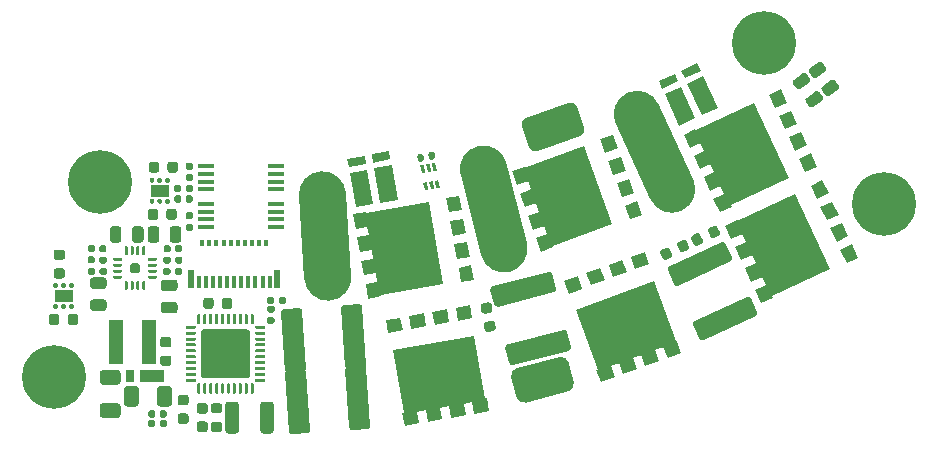
<source format=gbr>
G04 #@! TF.GenerationSoftware,KiCad,Pcbnew,(5.1.10)-1*
G04 #@! TF.CreationDate,2022-10-21T14:01:49-07:00*
G04 #@! TF.ProjectId,Motor_Gen2P,4d6f746f-725f-4476-956e-32502e6b6963,rev?*
G04 #@! TF.SameCoordinates,Original*
G04 #@! TF.FileFunction,Soldermask,Top*
G04 #@! TF.FilePolarity,Negative*
%FSLAX46Y46*%
G04 Gerber Fmt 4.6, Leading zero omitted, Abs format (unit mm)*
G04 Created by KiCad (PCBNEW (5.1.10)-1) date 2022-10-21 14:01:49*
%MOMM*%
%LPD*%
G01*
G04 APERTURE LIST*
%ADD10C,0.100000*%
%ADD11R,0.520000X1.600000*%
%ADD12R,0.300000X0.600000*%
%ADD13R,0.300000X1.000000*%
%ADD14R,1.200000X3.700000*%
%ADD15C,0.800000*%
%ADD16C,5.400000*%
%ADD17R,1.450000X0.450000*%
%ADD18R,1.600000X1.000000*%
%ADD19R,2.000000X1.100000*%
%ADD20R,0.800000X1.100000*%
G04 APERTURE END LIST*
D10*
G36*
X109354949Y-72602476D02*
G01*
X109233395Y-71913110D01*
X110710607Y-71652638D01*
X110832161Y-72342004D01*
X109354949Y-72602476D01*
G37*
G36*
X107281929Y-72968006D02*
G01*
X107160375Y-72278640D01*
X108637587Y-72018168D01*
X108759141Y-72707534D01*
X107281929Y-72968006D01*
G37*
G36*
X109954035Y-76000063D02*
G01*
X109441773Y-73094880D01*
X110918985Y-72834407D01*
X111431247Y-75739590D01*
X109954035Y-76000063D01*
G37*
G36*
X107881015Y-76365593D02*
G01*
X107368753Y-73460410D01*
X108845965Y-73199937D01*
X109358227Y-76105120D01*
X107881015Y-76365593D01*
G37*
G36*
X135739487Y-65482200D02*
G01*
X135443654Y-64847785D01*
X136803115Y-64213858D01*
X137098948Y-64848273D01*
X135739487Y-65482200D01*
G37*
G36*
X133831710Y-66371811D02*
G01*
X133535877Y-65737396D01*
X134895338Y-65103469D01*
X135191171Y-65737884D01*
X133831710Y-66371811D01*
G37*
G36*
X137197520Y-68608962D02*
G01*
X135950796Y-65935354D01*
X137310258Y-65301426D01*
X138556982Y-67975034D01*
X137197520Y-68608962D01*
G37*
G36*
X135289742Y-69498574D02*
G01*
X134043018Y-66824966D01*
X135402480Y-66191038D01*
X136649204Y-68864646D01*
X135289742Y-69498574D01*
G37*
D11*
X101250000Y-82500000D03*
X93950000Y-82500000D03*
D12*
X100300000Y-79400000D03*
X99700000Y-79400000D03*
X99100000Y-79400000D03*
X98500000Y-79400000D03*
X97900000Y-79400000D03*
X97300000Y-79400000D03*
X96700000Y-79400000D03*
X96100000Y-79400000D03*
X95500000Y-79400000D03*
X94900000Y-79400000D03*
D13*
X100600000Y-82700000D03*
X100000000Y-82700000D03*
X99400000Y-82700000D03*
X98800000Y-82700000D03*
X98200000Y-82700000D03*
X97600000Y-82700000D03*
X97000000Y-82700000D03*
X96400000Y-82700000D03*
X95800000Y-82700000D03*
X95200000Y-82700000D03*
X94600000Y-82700000D03*
D14*
X87600000Y-87800000D03*
X90400000Y-87800000D03*
G36*
G01*
X95150000Y-93875000D02*
X94650000Y-93875000D01*
G75*
G02*
X94425000Y-93650000I0J225000D01*
G01*
X94425000Y-93200000D01*
G75*
G02*
X94650000Y-92975000I225000J0D01*
G01*
X95150000Y-92975000D01*
G75*
G02*
X95375000Y-93200000I0J-225000D01*
G01*
X95375000Y-93650000D01*
G75*
G02*
X95150000Y-93875000I-225000J0D01*
G01*
G37*
G36*
G01*
X95150000Y-95425000D02*
X94650000Y-95425000D01*
G75*
G02*
X94425000Y-95200000I0J225000D01*
G01*
X94425000Y-94750000D01*
G75*
G02*
X94650000Y-94525000I225000J0D01*
G01*
X95150000Y-94525000D01*
G75*
G02*
X95375000Y-94750000I0J-225000D01*
G01*
X95375000Y-95200000D01*
G75*
G02*
X95150000Y-95425000I-225000J0D01*
G01*
G37*
G36*
G01*
X103535391Y-82446933D02*
X103071473Y-75462323D01*
G75*
G02*
X104934528Y-73334172I1995603J132548D01*
G01*
X104934528Y-73334172D01*
G75*
G02*
X107062679Y-75197227I132548J-1995603D01*
G01*
X107526597Y-82181837D01*
G75*
G02*
X105663542Y-84309988I-1995603J-132548D01*
G01*
X105663542Y-84309988D01*
G75*
G02*
X103535391Y-82446933I-132548J1995603D01*
G01*
G37*
D10*
G36*
X129635778Y-70237423D02*
G01*
X130063304Y-71412039D01*
X129029642Y-71788261D01*
X128602116Y-70613645D01*
X129635778Y-70237423D01*
G37*
G36*
X130319818Y-72116808D02*
G01*
X130747344Y-73291424D01*
X129713682Y-73667646D01*
X129286156Y-72493030D01*
X130319818Y-72116808D01*
G37*
G36*
X131003859Y-73996193D02*
G01*
X131431385Y-75170809D01*
X130397723Y-75547031D01*
X129970197Y-74372415D01*
X131003859Y-73996193D01*
G37*
G36*
X123136697Y-78987962D02*
G01*
X124076389Y-78645941D01*
X123819874Y-77941172D01*
X122880181Y-78283192D01*
X122452656Y-77108576D01*
X123392349Y-76766556D01*
X123135834Y-76061787D01*
X122196141Y-76403807D01*
X121768616Y-75229191D01*
X122708309Y-74887171D01*
X122451793Y-74182401D01*
X121512101Y-74524422D01*
X121084576Y-73349806D01*
X122118238Y-72973584D01*
X122160990Y-73091045D01*
X127235330Y-71244136D01*
X129629471Y-77821985D01*
X124555131Y-79668894D01*
X124597884Y-79786355D01*
X123564222Y-80162577D01*
X123136697Y-78987962D01*
G37*
G36*
X131687899Y-75875578D02*
G01*
X132115425Y-77050194D01*
X131081763Y-77426416D01*
X130654237Y-76251800D01*
X131687899Y-75875578D01*
G37*
G36*
X125537423Y-82664222D02*
G01*
X126712039Y-82236696D01*
X127088261Y-83270358D01*
X125913645Y-83697884D01*
X125537423Y-82664222D01*
G37*
G36*
X127416808Y-81980182D02*
G01*
X128591424Y-81552656D01*
X128967646Y-82586318D01*
X127793030Y-83013844D01*
X127416808Y-81980182D01*
G37*
G36*
X129296193Y-81296141D02*
G01*
X130470809Y-80868615D01*
X130847031Y-81902277D01*
X129672415Y-82329803D01*
X129296193Y-81296141D01*
G37*
G36*
X134287962Y-89163303D02*
G01*
X133945941Y-88223611D01*
X133241172Y-88480126D01*
X133583192Y-89419819D01*
X132408576Y-89847344D01*
X132066556Y-88907651D01*
X131361787Y-89164166D01*
X131703807Y-90103859D01*
X130529191Y-90531384D01*
X130187171Y-89591691D01*
X129482401Y-89848207D01*
X129824422Y-90787899D01*
X128649806Y-91215424D01*
X128273584Y-90181762D01*
X128391045Y-90139010D01*
X126544136Y-85064670D01*
X133121985Y-82670529D01*
X134968894Y-87744869D01*
X135086355Y-87702116D01*
X135462577Y-88735778D01*
X134287962Y-89163303D01*
G37*
G36*
X131175578Y-80612101D02*
G01*
X132350194Y-80184575D01*
X132726416Y-81218237D01*
X131551800Y-81645763D01*
X131175578Y-80612101D01*
G37*
G36*
X143891709Y-66391722D02*
G01*
X144419982Y-67524606D01*
X143423043Y-67989486D01*
X142894770Y-66856602D01*
X143891709Y-66391722D01*
G37*
G36*
X144736946Y-68204337D02*
G01*
X145265219Y-69337221D01*
X144268280Y-69802101D01*
X143740007Y-68669217D01*
X144736946Y-68204337D01*
G37*
G36*
X145582182Y-70016953D02*
G01*
X146110455Y-71149837D01*
X145113516Y-71614717D01*
X144585243Y-70481833D01*
X145582182Y-70016953D01*
G37*
G36*
X138180018Y-75675394D02*
G01*
X139086326Y-75252776D01*
X138769362Y-74573045D01*
X137863054Y-74995664D01*
X137334782Y-73862779D01*
X138241089Y-73440161D01*
X137924126Y-72760430D01*
X137017818Y-73183048D01*
X136489545Y-72050163D01*
X137395853Y-71627545D01*
X137078889Y-70947814D01*
X136172581Y-71370432D01*
X135644309Y-70237548D01*
X136641247Y-69772668D01*
X136694074Y-69885956D01*
X141588136Y-67603818D01*
X144546464Y-73947972D01*
X139652402Y-76230111D01*
X139705230Y-76343399D01*
X138708291Y-76808279D01*
X138180018Y-75675394D01*
G37*
G36*
X146427419Y-71829568D02*
G01*
X146955692Y-72962452D01*
X145958753Y-73427332D01*
X145430480Y-72294448D01*
X146427419Y-71829568D01*
G37*
G36*
X147391709Y-74091722D02*
G01*
X147919982Y-75224606D01*
X146923043Y-75689486D01*
X146394770Y-74556602D01*
X147391709Y-74091722D01*
G37*
G36*
X148236946Y-75904337D02*
G01*
X148765219Y-77037221D01*
X147768280Y-77502101D01*
X147240007Y-76369217D01*
X148236946Y-75904337D01*
G37*
G36*
X149082182Y-77716953D02*
G01*
X149610455Y-78849837D01*
X148613516Y-79314717D01*
X148085243Y-78181833D01*
X149082182Y-77716953D01*
G37*
G36*
X141680018Y-83375394D02*
G01*
X142586326Y-82952776D01*
X142269362Y-82273045D01*
X141363054Y-82695664D01*
X140834782Y-81562779D01*
X141741089Y-81140161D01*
X141424126Y-80460430D01*
X140517818Y-80883048D01*
X139989545Y-79750163D01*
X140895853Y-79327545D01*
X140578889Y-78647814D01*
X139672581Y-79070432D01*
X139144309Y-77937548D01*
X140141247Y-77472668D01*
X140194074Y-77585956D01*
X145088136Y-75303818D01*
X148046464Y-81647972D01*
X143152402Y-83930111D01*
X143205230Y-84043399D01*
X142208291Y-84508279D01*
X141680018Y-83375394D01*
G37*
G36*
X149927419Y-79529568D02*
G01*
X150455692Y-80662452D01*
X149458753Y-81127332D01*
X148930480Y-79994448D01*
X149927419Y-79529568D01*
G37*
G36*
X116639246Y-75401054D02*
G01*
X116856306Y-76632063D01*
X115773018Y-76823076D01*
X115555958Y-75592067D01*
X116639246Y-75401054D01*
G37*
G36*
X116986543Y-77370670D02*
G01*
X117203603Y-78601679D01*
X116120315Y-78792692D01*
X115903255Y-77561683D01*
X116986543Y-77370670D01*
G37*
G36*
X117333839Y-79340285D02*
G01*
X117550899Y-80571294D01*
X116467611Y-80762307D01*
X116250551Y-79531298D01*
X117333839Y-79340285D01*
G37*
G36*
X108719385Y-82890099D02*
G01*
X109704193Y-82716451D01*
X109573957Y-81977845D01*
X108589149Y-82151493D01*
X108372089Y-80920484D01*
X109356897Y-80746835D01*
X109226661Y-80008230D01*
X108241853Y-80181878D01*
X108024793Y-78950868D01*
X109009600Y-78777220D01*
X108879364Y-78038614D01*
X107894557Y-78212262D01*
X107677496Y-76981253D01*
X108760785Y-76790240D01*
X108782491Y-76913341D01*
X114100453Y-75975640D01*
X115315990Y-82869295D01*
X109998028Y-83806995D01*
X110019734Y-83930096D01*
X108936446Y-84121109D01*
X108719385Y-82890099D01*
G37*
G36*
X117681136Y-81309901D02*
G01*
X117898196Y-82540910D01*
X116814908Y-82731923D01*
X116597848Y-81500914D01*
X117681136Y-81309901D01*
G37*
G36*
X110439973Y-85948600D02*
G01*
X111670982Y-85731540D01*
X111861995Y-86814828D01*
X110630986Y-87031888D01*
X110439973Y-85948600D01*
G37*
G36*
X112409589Y-85601303D02*
G01*
X113640598Y-85384243D01*
X113831611Y-86467531D01*
X112600602Y-86684591D01*
X112409589Y-85601303D01*
G37*
G36*
X114379204Y-85254007D02*
G01*
X115610213Y-85036947D01*
X115801226Y-86120235D01*
X114570217Y-86337295D01*
X114379204Y-85254007D01*
G37*
G36*
X117929018Y-93868461D02*
G01*
X117755370Y-92883653D01*
X117016764Y-93013889D01*
X117190412Y-93998697D01*
X115959403Y-94215757D01*
X115785754Y-93230949D01*
X115047149Y-93361185D01*
X115220797Y-94345993D01*
X113989787Y-94563053D01*
X113816139Y-93578246D01*
X113077533Y-93708482D01*
X113251181Y-94693289D01*
X112020172Y-94910350D01*
X111829159Y-93827061D01*
X111952260Y-93805355D01*
X111014559Y-88487393D01*
X117908214Y-87271856D01*
X118845914Y-92589818D01*
X118969015Y-92568112D01*
X119160028Y-93651400D01*
X117929018Y-93868461D01*
G37*
G36*
X116348820Y-84906710D02*
G01*
X117579829Y-84689650D01*
X117770842Y-85772938D01*
X116539833Y-85989998D01*
X116348820Y-84906710D01*
G37*
G36*
G01*
X99800000Y-95300001D02*
X99800000Y-93099999D01*
G75*
G02*
X100049999Y-92850000I249999J0D01*
G01*
X100700001Y-92850000D01*
G75*
G02*
X100950000Y-93099999I0J-249999D01*
G01*
X100950000Y-95300001D01*
G75*
G02*
X100700001Y-95550000I-249999J0D01*
G01*
X100049999Y-95550000D01*
G75*
G02*
X99800000Y-95300001I0J249999D01*
G01*
G37*
G36*
G01*
X96850000Y-95300001D02*
X96850000Y-93099999D01*
G75*
G02*
X97099999Y-92850000I249999J0D01*
G01*
X97750001Y-92850000D01*
G75*
G02*
X98000000Y-93099999I0J-249999D01*
G01*
X98000000Y-95300001D01*
G75*
G02*
X97750001Y-95550000I-249999J0D01*
G01*
X97099999Y-95550000D01*
G75*
G02*
X96850000Y-95300001I0J249999D01*
G01*
G37*
G36*
X114263826Y-73370041D02*
G01*
X113968384Y-73422136D01*
X113852040Y-72762315D01*
X114147482Y-72710220D01*
X114263826Y-73370041D01*
G37*
G36*
X114756230Y-73283217D02*
G01*
X114460788Y-73335312D01*
X114344444Y-72675491D01*
X114639886Y-72623396D01*
X114756230Y-73283217D01*
G37*
G36*
X114520826Y-74827557D02*
G01*
X114225384Y-74879652D01*
X114109040Y-74219831D01*
X114404482Y-74167736D01*
X114520826Y-74827557D01*
G37*
G36*
X113771422Y-73456865D02*
G01*
X113475980Y-73508960D01*
X113359636Y-72849139D01*
X113655078Y-72797044D01*
X113771422Y-73456865D01*
G37*
G36*
X115013230Y-74740733D02*
G01*
X114717788Y-74792828D01*
X114601444Y-74133007D01*
X114896886Y-74080912D01*
X115013230Y-74740733D01*
G37*
G36*
X114028422Y-74914381D02*
G01*
X113732980Y-74966476D01*
X113616636Y-74306655D01*
X113912078Y-74254560D01*
X114028422Y-74914381D01*
G37*
G36*
G01*
X114076584Y-72250548D02*
X114017544Y-71915713D01*
G75*
G02*
X114131106Y-71753529I137873J24311D01*
G01*
X114406852Y-71704908D01*
G75*
G02*
X114569036Y-71818470I24311J-137873D01*
G01*
X114628076Y-72153305D01*
G75*
G02*
X114514514Y-72315489I-137873J-24311D01*
G01*
X114238768Y-72364110D01*
G75*
G02*
X114076584Y-72250548I-24311J137873D01*
G01*
G37*
G36*
G01*
X113131168Y-72417250D02*
X113072128Y-72082415D01*
G75*
G02*
X113185690Y-71920231I137873J24311D01*
G01*
X113461436Y-71871610D01*
G75*
G02*
X113623620Y-71985172I24311J-137873D01*
G01*
X113682660Y-72320007D01*
G75*
G02*
X113569098Y-72482191I-137873J-24311D01*
G01*
X113293352Y-72530812D01*
G75*
G02*
X113131168Y-72417250I-24311J137873D01*
G01*
G37*
G36*
G01*
X118494856Y-80423636D02*
X116765862Y-73640526D01*
G75*
G02*
X118209895Y-71208497I1938031J493998D01*
G01*
X118209895Y-71208497D01*
G75*
G02*
X120641924Y-72652530I493998J-1938031D01*
G01*
X122370918Y-79435640D01*
G75*
G02*
X120926885Y-81867669I-1938031J-493998D01*
G01*
X120926885Y-81867669D01*
G75*
G02*
X118494856Y-80423636I-493998J1938031D01*
G01*
G37*
G36*
G01*
X132835490Y-75709158D02*
X129899326Y-69354716D01*
G75*
G02*
X130875977Y-66700257I1815555J838904D01*
G01*
X130875977Y-66700257D01*
G75*
G02*
X133530436Y-67676908I838904J-1815555D01*
G01*
X136466600Y-74031350D01*
G75*
G02*
X135489949Y-76685809I-1815555J-838904D01*
G01*
X135489949Y-76685809D01*
G75*
G02*
X132835490Y-75709158I-838904J1815555D01*
G01*
G37*
G36*
G01*
X85810000Y-79727500D02*
X85810000Y-80072500D01*
G75*
G02*
X85662500Y-80220000I-147500J0D01*
G01*
X85367500Y-80220000D01*
G75*
G02*
X85220000Y-80072500I0J147500D01*
G01*
X85220000Y-79727500D01*
G75*
G02*
X85367500Y-79580000I147500J0D01*
G01*
X85662500Y-79580000D01*
G75*
G02*
X85810000Y-79727500I0J-147500D01*
G01*
G37*
G36*
G01*
X86780000Y-79727500D02*
X86780000Y-80072500D01*
G75*
G02*
X86632500Y-80220000I-147500J0D01*
G01*
X86337500Y-80220000D01*
G75*
G02*
X86190000Y-80072500I0J147500D01*
G01*
X86190000Y-79727500D01*
G75*
G02*
X86337500Y-79580000I147500J0D01*
G01*
X86632500Y-79580000D01*
G75*
G02*
X86780000Y-79727500I0J-147500D01*
G01*
G37*
D15*
X154052457Y-74642585D03*
X152620566Y-74049476D03*
X151188675Y-74642585D03*
X150595566Y-76074476D03*
X151188675Y-77506367D03*
X152620566Y-78099476D03*
X154052457Y-77506367D03*
X154645566Y-76074476D03*
D16*
X152620566Y-76074476D03*
D15*
X143850604Y-61025316D03*
X142418713Y-60432207D03*
X140986822Y-61025316D03*
X140393713Y-62457207D03*
X140986822Y-63889098D03*
X142418713Y-64482207D03*
X143850604Y-63889098D03*
X144443713Y-62457207D03*
D16*
X142418713Y-62457207D03*
D15*
X83795475Y-89371230D03*
X82363584Y-88778121D03*
X80931693Y-89371230D03*
X80338584Y-90803121D03*
X80931693Y-92235012D03*
X82363584Y-92828121D03*
X83795475Y-92235012D03*
X84388584Y-90803121D03*
D16*
X82363584Y-90803121D03*
G36*
G01*
X146057024Y-67114593D02*
X146804500Y-66591204D01*
G75*
G02*
X147143977Y-66651063I139809J-199668D01*
G01*
X147423595Y-67050400D01*
G75*
G02*
X147363736Y-67389877I-199668J-139809D01*
G01*
X146616260Y-67913266D01*
G75*
G02*
X146276783Y-67853407I-139809J199668D01*
G01*
X145997165Y-67454070D01*
G75*
G02*
X146057024Y-67114593I199668J139809D01*
G01*
G37*
G36*
G01*
X144981568Y-65578683D02*
X145729044Y-65055294D01*
G75*
G02*
X146068521Y-65115153I139809J-199668D01*
G01*
X146348139Y-65514490D01*
G75*
G02*
X146288280Y-65853967I-199668J-139809D01*
G01*
X145540804Y-66377356D01*
G75*
G02*
X145201327Y-66317497I-139809J199668D01*
G01*
X144921709Y-65918160D01*
G75*
G02*
X144981568Y-65578683I199668J139809D01*
G01*
G37*
G36*
G01*
X147412682Y-66164755D02*
X148160158Y-65641366D01*
G75*
G02*
X148499635Y-65701225I139809J-199668D01*
G01*
X148779253Y-66100562D01*
G75*
G02*
X148719394Y-66440039I-199668J-139809D01*
G01*
X147971918Y-66963428D01*
G75*
G02*
X147632441Y-66903569I-139809J199668D01*
G01*
X147352823Y-66504232D01*
G75*
G02*
X147412682Y-66164755I199668J139809D01*
G01*
G37*
G36*
G01*
X146337226Y-64628845D02*
X147084702Y-64105456D01*
G75*
G02*
X147424179Y-64165315I139809J-199668D01*
G01*
X147703797Y-64564652D01*
G75*
G02*
X147643938Y-64904129I-199668J-139809D01*
G01*
X146896462Y-65427518D01*
G75*
G02*
X146556985Y-65367659I-139809J199668D01*
G01*
X146277367Y-64968322D01*
G75*
G02*
X146337226Y-64628845I199668J139809D01*
G01*
G37*
G36*
G01*
X122301554Y-68840299D02*
X125872386Y-67540622D01*
G75*
G02*
X126641414Y-67899226I205212J-563816D01*
G01*
X127257050Y-69590673D01*
G75*
G02*
X126898446Y-70359701I-563816J-205212D01*
G01*
X123327614Y-71659378D01*
G75*
G02*
X122558586Y-71300774I-205212J563816D01*
G01*
X121942950Y-69609327D01*
G75*
G02*
X122301554Y-68840299I563816J205212D01*
G01*
G37*
G36*
G01*
X125911628Y-91984225D02*
X122229368Y-92922821D01*
G75*
G02*
X121499760Y-92489611I-148199J581409D01*
G01*
X121055162Y-90745383D01*
G75*
G02*
X121488372Y-90015775I581409J148199D01*
G01*
X125170632Y-89077179D01*
G75*
G02*
X125900240Y-89510389I148199J-581409D01*
G01*
X126344838Y-91254617D01*
G75*
G02*
X125911628Y-91984225I-581409J-148199D01*
G01*
G37*
D15*
X87669284Y-72803145D03*
X86237393Y-72210036D03*
X84805502Y-72803145D03*
X84212393Y-74235036D03*
X84805502Y-75666927D03*
X86237393Y-76260036D03*
X87669284Y-75666927D03*
X88262393Y-74235036D03*
D16*
X86237393Y-74235036D03*
D17*
X95250000Y-74875000D03*
X95250000Y-74225000D03*
X95250000Y-73575000D03*
X95250000Y-72925000D03*
X101150000Y-72925000D03*
X101150000Y-73575000D03*
X101150000Y-74225000D03*
X101150000Y-74875000D03*
G36*
G01*
X90362500Y-80675000D02*
X90987500Y-80675000D01*
G75*
G02*
X91050000Y-80737500I0J-62500D01*
G01*
X91050000Y-80862500D01*
G75*
G02*
X90987500Y-80925000I-62500J0D01*
G01*
X90362500Y-80925000D01*
G75*
G02*
X90300000Y-80862500I0J62500D01*
G01*
X90300000Y-80737500D01*
G75*
G02*
X90362500Y-80675000I62500J0D01*
G01*
G37*
G36*
G01*
X90362500Y-81175000D02*
X90987500Y-81175000D01*
G75*
G02*
X91050000Y-81237500I0J-62500D01*
G01*
X91050000Y-81362500D01*
G75*
G02*
X90987500Y-81425000I-62500J0D01*
G01*
X90362500Y-81425000D01*
G75*
G02*
X90300000Y-81362500I0J62500D01*
G01*
X90300000Y-81237500D01*
G75*
G02*
X90362500Y-81175000I62500J0D01*
G01*
G37*
G36*
G01*
X90362500Y-81675000D02*
X90987500Y-81675000D01*
G75*
G02*
X91050000Y-81737500I0J-62500D01*
G01*
X91050000Y-81862500D01*
G75*
G02*
X90987500Y-81925000I-62500J0D01*
G01*
X90362500Y-81925000D01*
G75*
G02*
X90300000Y-81862500I0J62500D01*
G01*
X90300000Y-81737500D01*
G75*
G02*
X90362500Y-81675000I62500J0D01*
G01*
G37*
G36*
G01*
X90362500Y-82175000D02*
X90987500Y-82175000D01*
G75*
G02*
X91050000Y-82237500I0J-62500D01*
G01*
X91050000Y-82362500D01*
G75*
G02*
X90987500Y-82425000I-62500J0D01*
G01*
X90362500Y-82425000D01*
G75*
G02*
X90300000Y-82362500I0J62500D01*
G01*
X90300000Y-82237500D01*
G75*
G02*
X90362500Y-82175000I62500J0D01*
G01*
G37*
G36*
G01*
X89887500Y-82650000D02*
X90012500Y-82650000D01*
G75*
G02*
X90075000Y-82712500I0J-62500D01*
G01*
X90075000Y-83337500D01*
G75*
G02*
X90012500Y-83400000I-62500J0D01*
G01*
X89887500Y-83400000D01*
G75*
G02*
X89825000Y-83337500I0J62500D01*
G01*
X89825000Y-82712500D01*
G75*
G02*
X89887500Y-82650000I62500J0D01*
G01*
G37*
G36*
G01*
X89387500Y-82650000D02*
X89512500Y-82650000D01*
G75*
G02*
X89575000Y-82712500I0J-62500D01*
G01*
X89575000Y-83337500D01*
G75*
G02*
X89512500Y-83400000I-62500J0D01*
G01*
X89387500Y-83400000D01*
G75*
G02*
X89325000Y-83337500I0J62500D01*
G01*
X89325000Y-82712500D01*
G75*
G02*
X89387500Y-82650000I62500J0D01*
G01*
G37*
G36*
G01*
X88887500Y-82650000D02*
X89012500Y-82650000D01*
G75*
G02*
X89075000Y-82712500I0J-62500D01*
G01*
X89075000Y-83337500D01*
G75*
G02*
X89012500Y-83400000I-62500J0D01*
G01*
X88887500Y-83400000D01*
G75*
G02*
X88825000Y-83337500I0J62500D01*
G01*
X88825000Y-82712500D01*
G75*
G02*
X88887500Y-82650000I62500J0D01*
G01*
G37*
G36*
G01*
X88387500Y-82650000D02*
X88512500Y-82650000D01*
G75*
G02*
X88575000Y-82712500I0J-62500D01*
G01*
X88575000Y-83337500D01*
G75*
G02*
X88512500Y-83400000I-62500J0D01*
G01*
X88387500Y-83400000D01*
G75*
G02*
X88325000Y-83337500I0J62500D01*
G01*
X88325000Y-82712500D01*
G75*
G02*
X88387500Y-82650000I62500J0D01*
G01*
G37*
G36*
G01*
X87412500Y-82175000D02*
X88037500Y-82175000D01*
G75*
G02*
X88100000Y-82237500I0J-62500D01*
G01*
X88100000Y-82362500D01*
G75*
G02*
X88037500Y-82425000I-62500J0D01*
G01*
X87412500Y-82425000D01*
G75*
G02*
X87350000Y-82362500I0J62500D01*
G01*
X87350000Y-82237500D01*
G75*
G02*
X87412500Y-82175000I62500J0D01*
G01*
G37*
G36*
G01*
X87412500Y-81675000D02*
X88037500Y-81675000D01*
G75*
G02*
X88100000Y-81737500I0J-62500D01*
G01*
X88100000Y-81862500D01*
G75*
G02*
X88037500Y-81925000I-62500J0D01*
G01*
X87412500Y-81925000D01*
G75*
G02*
X87350000Y-81862500I0J62500D01*
G01*
X87350000Y-81737500D01*
G75*
G02*
X87412500Y-81675000I62500J0D01*
G01*
G37*
G36*
G01*
X87412500Y-81175000D02*
X88037500Y-81175000D01*
G75*
G02*
X88100000Y-81237500I0J-62500D01*
G01*
X88100000Y-81362500D01*
G75*
G02*
X88037500Y-81425000I-62500J0D01*
G01*
X87412500Y-81425000D01*
G75*
G02*
X87350000Y-81362500I0J62500D01*
G01*
X87350000Y-81237500D01*
G75*
G02*
X87412500Y-81175000I62500J0D01*
G01*
G37*
G36*
G01*
X87412500Y-80675000D02*
X88037500Y-80675000D01*
G75*
G02*
X88100000Y-80737500I0J-62500D01*
G01*
X88100000Y-80862500D01*
G75*
G02*
X88037500Y-80925000I-62500J0D01*
G01*
X87412500Y-80925000D01*
G75*
G02*
X87350000Y-80862500I0J62500D01*
G01*
X87350000Y-80737500D01*
G75*
G02*
X87412500Y-80675000I62500J0D01*
G01*
G37*
G36*
G01*
X88387500Y-79700000D02*
X88512500Y-79700000D01*
G75*
G02*
X88575000Y-79762500I0J-62500D01*
G01*
X88575000Y-80387500D01*
G75*
G02*
X88512500Y-80450000I-62500J0D01*
G01*
X88387500Y-80450000D01*
G75*
G02*
X88325000Y-80387500I0J62500D01*
G01*
X88325000Y-79762500D01*
G75*
G02*
X88387500Y-79700000I62500J0D01*
G01*
G37*
G36*
G01*
X88887500Y-79700000D02*
X89012500Y-79700000D01*
G75*
G02*
X89075000Y-79762500I0J-62500D01*
G01*
X89075000Y-80387500D01*
G75*
G02*
X89012500Y-80450000I-62500J0D01*
G01*
X88887500Y-80450000D01*
G75*
G02*
X88825000Y-80387500I0J62500D01*
G01*
X88825000Y-79762500D01*
G75*
G02*
X88887500Y-79700000I62500J0D01*
G01*
G37*
G36*
G01*
X89387500Y-79700000D02*
X89512500Y-79700000D01*
G75*
G02*
X89575000Y-79762500I0J-62500D01*
G01*
X89575000Y-80387500D01*
G75*
G02*
X89512500Y-80450000I-62500J0D01*
G01*
X89387500Y-80450000D01*
G75*
G02*
X89325000Y-80387500I0J62500D01*
G01*
X89325000Y-79762500D01*
G75*
G02*
X89387500Y-79700000I62500J0D01*
G01*
G37*
G36*
G01*
X89887500Y-79700000D02*
X90012500Y-79700000D01*
G75*
G02*
X90075000Y-79762500I0J-62500D01*
G01*
X90075000Y-80387500D01*
G75*
G02*
X90012500Y-80450000I-62500J0D01*
G01*
X89887500Y-80450000D01*
G75*
G02*
X89825000Y-80387500I0J62500D01*
G01*
X89825000Y-79762500D01*
G75*
G02*
X89887500Y-79700000I62500J0D01*
G01*
G37*
G36*
G01*
X88914399Y-81150000D02*
X89485601Y-81150000D01*
G75*
G02*
X89600000Y-81264399I0J-114399D01*
G01*
X89600000Y-81835601D01*
G75*
G02*
X89485601Y-81950000I-114399J0D01*
G01*
X88914399Y-81950000D01*
G75*
G02*
X88800000Y-81835601I0J114399D01*
G01*
X88800000Y-81264399D01*
G75*
G02*
X88914399Y-81150000I114399J0D01*
G01*
G37*
X95250000Y-78075000D03*
X95250000Y-77425000D03*
X95250000Y-76775000D03*
X95250000Y-76125000D03*
X101150000Y-76125000D03*
X101150000Y-76775000D03*
X101150000Y-77425000D03*
X101150000Y-78075000D03*
D18*
X91300000Y-75000000D03*
G36*
G01*
X91843750Y-75700000D02*
X92056250Y-75700000D01*
G75*
G02*
X92150000Y-75793750I0J-93750D01*
G01*
X92150000Y-75981250D01*
G75*
G02*
X92056250Y-76075000I-93750J0D01*
G01*
X91843750Y-76075000D01*
G75*
G02*
X91750000Y-75981250I0J93750D01*
G01*
X91750000Y-75793750D01*
G75*
G02*
X91843750Y-75700000I93750J0D01*
G01*
G37*
G36*
G01*
X91193750Y-75700000D02*
X91406250Y-75700000D01*
G75*
G02*
X91500000Y-75793750I0J-93750D01*
G01*
X91500000Y-75981250D01*
G75*
G02*
X91406250Y-76075000I-93750J0D01*
G01*
X91193750Y-76075000D01*
G75*
G02*
X91100000Y-75981250I0J93750D01*
G01*
X91100000Y-75793750D01*
G75*
G02*
X91193750Y-75700000I93750J0D01*
G01*
G37*
G36*
G01*
X90543750Y-75700000D02*
X90756250Y-75700000D01*
G75*
G02*
X90850000Y-75793750I0J-93750D01*
G01*
X90850000Y-75981250D01*
G75*
G02*
X90756250Y-76075000I-93750J0D01*
G01*
X90543750Y-76075000D01*
G75*
G02*
X90450000Y-75981250I0J93750D01*
G01*
X90450000Y-75793750D01*
G75*
G02*
X90543750Y-75700000I93750J0D01*
G01*
G37*
G36*
G01*
X90543750Y-73925000D02*
X90756250Y-73925000D01*
G75*
G02*
X90850000Y-74018750I0J-93750D01*
G01*
X90850000Y-74206250D01*
G75*
G02*
X90756250Y-74300000I-93750J0D01*
G01*
X90543750Y-74300000D01*
G75*
G02*
X90450000Y-74206250I0J93750D01*
G01*
X90450000Y-74018750D01*
G75*
G02*
X90543750Y-73925000I93750J0D01*
G01*
G37*
G36*
G01*
X91193750Y-73925000D02*
X91406250Y-73925000D01*
G75*
G02*
X91500000Y-74018750I0J-93750D01*
G01*
X91500000Y-74206250D01*
G75*
G02*
X91406250Y-74300000I-93750J0D01*
G01*
X91193750Y-74300000D01*
G75*
G02*
X91100000Y-74206250I0J93750D01*
G01*
X91100000Y-74018750D01*
G75*
G02*
X91193750Y-73925000I93750J0D01*
G01*
G37*
G36*
G01*
X91843750Y-73925000D02*
X92056250Y-73925000D01*
G75*
G02*
X92150000Y-74018750I0J-93750D01*
G01*
X92150000Y-74206250D01*
G75*
G02*
X92056250Y-74300000I-93750J0D01*
G01*
X91843750Y-74300000D01*
G75*
G02*
X91750000Y-74206250I0J93750D01*
G01*
X91750000Y-74018750D01*
G75*
G02*
X91843750Y-73925000I93750J0D01*
G01*
G37*
G36*
G01*
X94300000Y-91175000D02*
X93550000Y-91175000D01*
G75*
G02*
X93487500Y-91112500I0J62500D01*
G01*
X93487500Y-90987500D01*
G75*
G02*
X93550000Y-90925000I62500J0D01*
G01*
X94300000Y-90925000D01*
G75*
G02*
X94362500Y-90987500I0J-62500D01*
G01*
X94362500Y-91112500D01*
G75*
G02*
X94300000Y-91175000I-62500J0D01*
G01*
G37*
G36*
G01*
X94300000Y-90675000D02*
X93550000Y-90675000D01*
G75*
G02*
X93487500Y-90612500I0J62500D01*
G01*
X93487500Y-90487500D01*
G75*
G02*
X93550000Y-90425000I62500J0D01*
G01*
X94300000Y-90425000D01*
G75*
G02*
X94362500Y-90487500I0J-62500D01*
G01*
X94362500Y-90612500D01*
G75*
G02*
X94300000Y-90675000I-62500J0D01*
G01*
G37*
G36*
G01*
X94300000Y-90175000D02*
X93550000Y-90175000D01*
G75*
G02*
X93487500Y-90112500I0J62500D01*
G01*
X93487500Y-89987500D01*
G75*
G02*
X93550000Y-89925000I62500J0D01*
G01*
X94300000Y-89925000D01*
G75*
G02*
X94362500Y-89987500I0J-62500D01*
G01*
X94362500Y-90112500D01*
G75*
G02*
X94300000Y-90175000I-62500J0D01*
G01*
G37*
G36*
G01*
X94300000Y-89675000D02*
X93550000Y-89675000D01*
G75*
G02*
X93487500Y-89612500I0J62500D01*
G01*
X93487500Y-89487500D01*
G75*
G02*
X93550000Y-89425000I62500J0D01*
G01*
X94300000Y-89425000D01*
G75*
G02*
X94362500Y-89487500I0J-62500D01*
G01*
X94362500Y-89612500D01*
G75*
G02*
X94300000Y-89675000I-62500J0D01*
G01*
G37*
G36*
G01*
X94300000Y-89175000D02*
X93550000Y-89175000D01*
G75*
G02*
X93487500Y-89112500I0J62500D01*
G01*
X93487500Y-88987500D01*
G75*
G02*
X93550000Y-88925000I62500J0D01*
G01*
X94300000Y-88925000D01*
G75*
G02*
X94362500Y-88987500I0J-62500D01*
G01*
X94362500Y-89112500D01*
G75*
G02*
X94300000Y-89175000I-62500J0D01*
G01*
G37*
G36*
G01*
X94300000Y-88675000D02*
X93550000Y-88675000D01*
G75*
G02*
X93487500Y-88612500I0J62500D01*
G01*
X93487500Y-88487500D01*
G75*
G02*
X93550000Y-88425000I62500J0D01*
G01*
X94300000Y-88425000D01*
G75*
G02*
X94362500Y-88487500I0J-62500D01*
G01*
X94362500Y-88612500D01*
G75*
G02*
X94300000Y-88675000I-62500J0D01*
G01*
G37*
G36*
G01*
X94300000Y-88175000D02*
X93550000Y-88175000D01*
G75*
G02*
X93487500Y-88112500I0J62500D01*
G01*
X93487500Y-87987500D01*
G75*
G02*
X93550000Y-87925000I62500J0D01*
G01*
X94300000Y-87925000D01*
G75*
G02*
X94362500Y-87987500I0J-62500D01*
G01*
X94362500Y-88112500D01*
G75*
G02*
X94300000Y-88175000I-62500J0D01*
G01*
G37*
G36*
G01*
X94300000Y-87675000D02*
X93550000Y-87675000D01*
G75*
G02*
X93487500Y-87612500I0J62500D01*
G01*
X93487500Y-87487500D01*
G75*
G02*
X93550000Y-87425000I62500J0D01*
G01*
X94300000Y-87425000D01*
G75*
G02*
X94362500Y-87487500I0J-62500D01*
G01*
X94362500Y-87612500D01*
G75*
G02*
X94300000Y-87675000I-62500J0D01*
G01*
G37*
G36*
G01*
X94300000Y-87175000D02*
X93550000Y-87175000D01*
G75*
G02*
X93487500Y-87112500I0J62500D01*
G01*
X93487500Y-86987500D01*
G75*
G02*
X93550000Y-86925000I62500J0D01*
G01*
X94300000Y-86925000D01*
G75*
G02*
X94362500Y-86987500I0J-62500D01*
G01*
X94362500Y-87112500D01*
G75*
G02*
X94300000Y-87175000I-62500J0D01*
G01*
G37*
G36*
G01*
X94300000Y-86675000D02*
X93550000Y-86675000D01*
G75*
G02*
X93487500Y-86612500I0J62500D01*
G01*
X93487500Y-86487500D01*
G75*
G02*
X93550000Y-86425000I62500J0D01*
G01*
X94300000Y-86425000D01*
G75*
G02*
X94362500Y-86487500I0J-62500D01*
G01*
X94362500Y-86612500D01*
G75*
G02*
X94300000Y-86675000I-62500J0D01*
G01*
G37*
G36*
G01*
X94675000Y-86300000D02*
X94550000Y-86300000D01*
G75*
G02*
X94487500Y-86237500I0J62500D01*
G01*
X94487500Y-85487500D01*
G75*
G02*
X94550000Y-85425000I62500J0D01*
G01*
X94675000Y-85425000D01*
G75*
G02*
X94737500Y-85487500I0J-62500D01*
G01*
X94737500Y-86237500D01*
G75*
G02*
X94675000Y-86300000I-62500J0D01*
G01*
G37*
G36*
G01*
X95175000Y-86300000D02*
X95050000Y-86300000D01*
G75*
G02*
X94987500Y-86237500I0J62500D01*
G01*
X94987500Y-85487500D01*
G75*
G02*
X95050000Y-85425000I62500J0D01*
G01*
X95175000Y-85425000D01*
G75*
G02*
X95237500Y-85487500I0J-62500D01*
G01*
X95237500Y-86237500D01*
G75*
G02*
X95175000Y-86300000I-62500J0D01*
G01*
G37*
G36*
G01*
X95675000Y-86300000D02*
X95550000Y-86300000D01*
G75*
G02*
X95487500Y-86237500I0J62500D01*
G01*
X95487500Y-85487500D01*
G75*
G02*
X95550000Y-85425000I62500J0D01*
G01*
X95675000Y-85425000D01*
G75*
G02*
X95737500Y-85487500I0J-62500D01*
G01*
X95737500Y-86237500D01*
G75*
G02*
X95675000Y-86300000I-62500J0D01*
G01*
G37*
G36*
G01*
X96175000Y-86300000D02*
X96050000Y-86300000D01*
G75*
G02*
X95987500Y-86237500I0J62500D01*
G01*
X95987500Y-85487500D01*
G75*
G02*
X96050000Y-85425000I62500J0D01*
G01*
X96175000Y-85425000D01*
G75*
G02*
X96237500Y-85487500I0J-62500D01*
G01*
X96237500Y-86237500D01*
G75*
G02*
X96175000Y-86300000I-62500J0D01*
G01*
G37*
G36*
G01*
X96675000Y-86300000D02*
X96550000Y-86300000D01*
G75*
G02*
X96487500Y-86237500I0J62500D01*
G01*
X96487500Y-85487500D01*
G75*
G02*
X96550000Y-85425000I62500J0D01*
G01*
X96675000Y-85425000D01*
G75*
G02*
X96737500Y-85487500I0J-62500D01*
G01*
X96737500Y-86237500D01*
G75*
G02*
X96675000Y-86300000I-62500J0D01*
G01*
G37*
G36*
G01*
X97175000Y-86300000D02*
X97050000Y-86300000D01*
G75*
G02*
X96987500Y-86237500I0J62500D01*
G01*
X96987500Y-85487500D01*
G75*
G02*
X97050000Y-85425000I62500J0D01*
G01*
X97175000Y-85425000D01*
G75*
G02*
X97237500Y-85487500I0J-62500D01*
G01*
X97237500Y-86237500D01*
G75*
G02*
X97175000Y-86300000I-62500J0D01*
G01*
G37*
G36*
G01*
X97675000Y-86300000D02*
X97550000Y-86300000D01*
G75*
G02*
X97487500Y-86237500I0J62500D01*
G01*
X97487500Y-85487500D01*
G75*
G02*
X97550000Y-85425000I62500J0D01*
G01*
X97675000Y-85425000D01*
G75*
G02*
X97737500Y-85487500I0J-62500D01*
G01*
X97737500Y-86237500D01*
G75*
G02*
X97675000Y-86300000I-62500J0D01*
G01*
G37*
G36*
G01*
X98175000Y-86300000D02*
X98050000Y-86300000D01*
G75*
G02*
X97987500Y-86237500I0J62500D01*
G01*
X97987500Y-85487500D01*
G75*
G02*
X98050000Y-85425000I62500J0D01*
G01*
X98175000Y-85425000D01*
G75*
G02*
X98237500Y-85487500I0J-62500D01*
G01*
X98237500Y-86237500D01*
G75*
G02*
X98175000Y-86300000I-62500J0D01*
G01*
G37*
G36*
G01*
X98675000Y-86300000D02*
X98550000Y-86300000D01*
G75*
G02*
X98487500Y-86237500I0J62500D01*
G01*
X98487500Y-85487500D01*
G75*
G02*
X98550000Y-85425000I62500J0D01*
G01*
X98675000Y-85425000D01*
G75*
G02*
X98737500Y-85487500I0J-62500D01*
G01*
X98737500Y-86237500D01*
G75*
G02*
X98675000Y-86300000I-62500J0D01*
G01*
G37*
G36*
G01*
X99175000Y-86300000D02*
X99050000Y-86300000D01*
G75*
G02*
X98987500Y-86237500I0J62500D01*
G01*
X98987500Y-85487500D01*
G75*
G02*
X99050000Y-85425000I62500J0D01*
G01*
X99175000Y-85425000D01*
G75*
G02*
X99237500Y-85487500I0J-62500D01*
G01*
X99237500Y-86237500D01*
G75*
G02*
X99175000Y-86300000I-62500J0D01*
G01*
G37*
G36*
G01*
X100175000Y-86675000D02*
X99425000Y-86675000D01*
G75*
G02*
X99362500Y-86612500I0J62500D01*
G01*
X99362500Y-86487500D01*
G75*
G02*
X99425000Y-86425000I62500J0D01*
G01*
X100175000Y-86425000D01*
G75*
G02*
X100237500Y-86487500I0J-62500D01*
G01*
X100237500Y-86612500D01*
G75*
G02*
X100175000Y-86675000I-62500J0D01*
G01*
G37*
G36*
G01*
X100175000Y-87175000D02*
X99425000Y-87175000D01*
G75*
G02*
X99362500Y-87112500I0J62500D01*
G01*
X99362500Y-86987500D01*
G75*
G02*
X99425000Y-86925000I62500J0D01*
G01*
X100175000Y-86925000D01*
G75*
G02*
X100237500Y-86987500I0J-62500D01*
G01*
X100237500Y-87112500D01*
G75*
G02*
X100175000Y-87175000I-62500J0D01*
G01*
G37*
G36*
G01*
X100175000Y-87675000D02*
X99425000Y-87675000D01*
G75*
G02*
X99362500Y-87612500I0J62500D01*
G01*
X99362500Y-87487500D01*
G75*
G02*
X99425000Y-87425000I62500J0D01*
G01*
X100175000Y-87425000D01*
G75*
G02*
X100237500Y-87487500I0J-62500D01*
G01*
X100237500Y-87612500D01*
G75*
G02*
X100175000Y-87675000I-62500J0D01*
G01*
G37*
G36*
G01*
X100175000Y-88175000D02*
X99425000Y-88175000D01*
G75*
G02*
X99362500Y-88112500I0J62500D01*
G01*
X99362500Y-87987500D01*
G75*
G02*
X99425000Y-87925000I62500J0D01*
G01*
X100175000Y-87925000D01*
G75*
G02*
X100237500Y-87987500I0J-62500D01*
G01*
X100237500Y-88112500D01*
G75*
G02*
X100175000Y-88175000I-62500J0D01*
G01*
G37*
G36*
G01*
X100175000Y-88675000D02*
X99425000Y-88675000D01*
G75*
G02*
X99362500Y-88612500I0J62500D01*
G01*
X99362500Y-88487500D01*
G75*
G02*
X99425000Y-88425000I62500J0D01*
G01*
X100175000Y-88425000D01*
G75*
G02*
X100237500Y-88487500I0J-62500D01*
G01*
X100237500Y-88612500D01*
G75*
G02*
X100175000Y-88675000I-62500J0D01*
G01*
G37*
G36*
G01*
X100175000Y-89175000D02*
X99425000Y-89175000D01*
G75*
G02*
X99362500Y-89112500I0J62500D01*
G01*
X99362500Y-88987500D01*
G75*
G02*
X99425000Y-88925000I62500J0D01*
G01*
X100175000Y-88925000D01*
G75*
G02*
X100237500Y-88987500I0J-62500D01*
G01*
X100237500Y-89112500D01*
G75*
G02*
X100175000Y-89175000I-62500J0D01*
G01*
G37*
G36*
G01*
X100175000Y-89675000D02*
X99425000Y-89675000D01*
G75*
G02*
X99362500Y-89612500I0J62500D01*
G01*
X99362500Y-89487500D01*
G75*
G02*
X99425000Y-89425000I62500J0D01*
G01*
X100175000Y-89425000D01*
G75*
G02*
X100237500Y-89487500I0J-62500D01*
G01*
X100237500Y-89612500D01*
G75*
G02*
X100175000Y-89675000I-62500J0D01*
G01*
G37*
G36*
G01*
X100175000Y-90175000D02*
X99425000Y-90175000D01*
G75*
G02*
X99362500Y-90112500I0J62500D01*
G01*
X99362500Y-89987500D01*
G75*
G02*
X99425000Y-89925000I62500J0D01*
G01*
X100175000Y-89925000D01*
G75*
G02*
X100237500Y-89987500I0J-62500D01*
G01*
X100237500Y-90112500D01*
G75*
G02*
X100175000Y-90175000I-62500J0D01*
G01*
G37*
G36*
G01*
X100175000Y-90675000D02*
X99425000Y-90675000D01*
G75*
G02*
X99362500Y-90612500I0J62500D01*
G01*
X99362500Y-90487500D01*
G75*
G02*
X99425000Y-90425000I62500J0D01*
G01*
X100175000Y-90425000D01*
G75*
G02*
X100237500Y-90487500I0J-62500D01*
G01*
X100237500Y-90612500D01*
G75*
G02*
X100175000Y-90675000I-62500J0D01*
G01*
G37*
G36*
G01*
X100175000Y-91175000D02*
X99425000Y-91175000D01*
G75*
G02*
X99362500Y-91112500I0J62500D01*
G01*
X99362500Y-90987500D01*
G75*
G02*
X99425000Y-90925000I62500J0D01*
G01*
X100175000Y-90925000D01*
G75*
G02*
X100237500Y-90987500I0J-62500D01*
G01*
X100237500Y-91112500D01*
G75*
G02*
X100175000Y-91175000I-62500J0D01*
G01*
G37*
G36*
G01*
X99175000Y-92175000D02*
X99050000Y-92175000D01*
G75*
G02*
X98987500Y-92112500I0J62500D01*
G01*
X98987500Y-91362500D01*
G75*
G02*
X99050000Y-91300000I62500J0D01*
G01*
X99175000Y-91300000D01*
G75*
G02*
X99237500Y-91362500I0J-62500D01*
G01*
X99237500Y-92112500D01*
G75*
G02*
X99175000Y-92175000I-62500J0D01*
G01*
G37*
G36*
G01*
X98675000Y-92175000D02*
X98550000Y-92175000D01*
G75*
G02*
X98487500Y-92112500I0J62500D01*
G01*
X98487500Y-91362500D01*
G75*
G02*
X98550000Y-91300000I62500J0D01*
G01*
X98675000Y-91300000D01*
G75*
G02*
X98737500Y-91362500I0J-62500D01*
G01*
X98737500Y-92112500D01*
G75*
G02*
X98675000Y-92175000I-62500J0D01*
G01*
G37*
G36*
G01*
X98175000Y-92175000D02*
X98050000Y-92175000D01*
G75*
G02*
X97987500Y-92112500I0J62500D01*
G01*
X97987500Y-91362500D01*
G75*
G02*
X98050000Y-91300000I62500J0D01*
G01*
X98175000Y-91300000D01*
G75*
G02*
X98237500Y-91362500I0J-62500D01*
G01*
X98237500Y-92112500D01*
G75*
G02*
X98175000Y-92175000I-62500J0D01*
G01*
G37*
G36*
G01*
X97675000Y-92175000D02*
X97550000Y-92175000D01*
G75*
G02*
X97487500Y-92112500I0J62500D01*
G01*
X97487500Y-91362500D01*
G75*
G02*
X97550000Y-91300000I62500J0D01*
G01*
X97675000Y-91300000D01*
G75*
G02*
X97737500Y-91362500I0J-62500D01*
G01*
X97737500Y-92112500D01*
G75*
G02*
X97675000Y-92175000I-62500J0D01*
G01*
G37*
G36*
G01*
X97175000Y-92175000D02*
X97050000Y-92175000D01*
G75*
G02*
X96987500Y-92112500I0J62500D01*
G01*
X96987500Y-91362500D01*
G75*
G02*
X97050000Y-91300000I62500J0D01*
G01*
X97175000Y-91300000D01*
G75*
G02*
X97237500Y-91362500I0J-62500D01*
G01*
X97237500Y-92112500D01*
G75*
G02*
X97175000Y-92175000I-62500J0D01*
G01*
G37*
G36*
G01*
X96675000Y-92175000D02*
X96550000Y-92175000D01*
G75*
G02*
X96487500Y-92112500I0J62500D01*
G01*
X96487500Y-91362500D01*
G75*
G02*
X96550000Y-91300000I62500J0D01*
G01*
X96675000Y-91300000D01*
G75*
G02*
X96737500Y-91362500I0J-62500D01*
G01*
X96737500Y-92112500D01*
G75*
G02*
X96675000Y-92175000I-62500J0D01*
G01*
G37*
G36*
G01*
X96175000Y-92175000D02*
X96050000Y-92175000D01*
G75*
G02*
X95987500Y-92112500I0J62500D01*
G01*
X95987500Y-91362500D01*
G75*
G02*
X96050000Y-91300000I62500J0D01*
G01*
X96175000Y-91300000D01*
G75*
G02*
X96237500Y-91362500I0J-62500D01*
G01*
X96237500Y-92112500D01*
G75*
G02*
X96175000Y-92175000I-62500J0D01*
G01*
G37*
G36*
G01*
X95675000Y-92175000D02*
X95550000Y-92175000D01*
G75*
G02*
X95487500Y-92112500I0J62500D01*
G01*
X95487500Y-91362500D01*
G75*
G02*
X95550000Y-91300000I62500J0D01*
G01*
X95675000Y-91300000D01*
G75*
G02*
X95737500Y-91362500I0J-62500D01*
G01*
X95737500Y-92112500D01*
G75*
G02*
X95675000Y-92175000I-62500J0D01*
G01*
G37*
G36*
G01*
X95175000Y-92175000D02*
X95050000Y-92175000D01*
G75*
G02*
X94987500Y-92112500I0J62500D01*
G01*
X94987500Y-91362500D01*
G75*
G02*
X95050000Y-91300000I62500J0D01*
G01*
X95175000Y-91300000D01*
G75*
G02*
X95237500Y-91362500I0J-62500D01*
G01*
X95237500Y-92112500D01*
G75*
G02*
X95175000Y-92175000I-62500J0D01*
G01*
G37*
G36*
G01*
X94675000Y-92175000D02*
X94550000Y-92175000D01*
G75*
G02*
X94487500Y-92112500I0J62500D01*
G01*
X94487500Y-91362500D01*
G75*
G02*
X94550000Y-91300000I62500J0D01*
G01*
X94675000Y-91300000D01*
G75*
G02*
X94737500Y-91362500I0J-62500D01*
G01*
X94737500Y-92112500D01*
G75*
G02*
X94675000Y-92175000I-62500J0D01*
G01*
G37*
G36*
G01*
X98687500Y-90875000D02*
X95037500Y-90875000D01*
G75*
G02*
X94787500Y-90625000I0J250000D01*
G01*
X94787500Y-86975000D01*
G75*
G02*
X95037500Y-86725000I250000J0D01*
G01*
X98687500Y-86725000D01*
G75*
G02*
X98937500Y-86975000I0J-250000D01*
G01*
X98937500Y-90625000D01*
G75*
G02*
X98687500Y-90875000I-250000J0D01*
G01*
G37*
X83150000Y-83900000D03*
G36*
G01*
X83693750Y-84600000D02*
X83906250Y-84600000D01*
G75*
G02*
X84000000Y-84693750I0J-93750D01*
G01*
X84000000Y-84881250D01*
G75*
G02*
X83906250Y-84975000I-93750J0D01*
G01*
X83693750Y-84975000D01*
G75*
G02*
X83600000Y-84881250I0J93750D01*
G01*
X83600000Y-84693750D01*
G75*
G02*
X83693750Y-84600000I93750J0D01*
G01*
G37*
G36*
G01*
X83043750Y-84600000D02*
X83256250Y-84600000D01*
G75*
G02*
X83350000Y-84693750I0J-93750D01*
G01*
X83350000Y-84881250D01*
G75*
G02*
X83256250Y-84975000I-93750J0D01*
G01*
X83043750Y-84975000D01*
G75*
G02*
X82950000Y-84881250I0J93750D01*
G01*
X82950000Y-84693750D01*
G75*
G02*
X83043750Y-84600000I93750J0D01*
G01*
G37*
G36*
G01*
X82393750Y-84600000D02*
X82606250Y-84600000D01*
G75*
G02*
X82700000Y-84693750I0J-93750D01*
G01*
X82700000Y-84881250D01*
G75*
G02*
X82606250Y-84975000I-93750J0D01*
G01*
X82393750Y-84975000D01*
G75*
G02*
X82300000Y-84881250I0J93750D01*
G01*
X82300000Y-84693750D01*
G75*
G02*
X82393750Y-84600000I93750J0D01*
G01*
G37*
G36*
G01*
X82393750Y-82825000D02*
X82606250Y-82825000D01*
G75*
G02*
X82700000Y-82918750I0J-93750D01*
G01*
X82700000Y-83106250D01*
G75*
G02*
X82606250Y-83200000I-93750J0D01*
G01*
X82393750Y-83200000D01*
G75*
G02*
X82300000Y-83106250I0J93750D01*
G01*
X82300000Y-82918750D01*
G75*
G02*
X82393750Y-82825000I93750J0D01*
G01*
G37*
G36*
G01*
X83043750Y-82825000D02*
X83256250Y-82825000D01*
G75*
G02*
X83350000Y-82918750I0J-93750D01*
G01*
X83350000Y-83106250D01*
G75*
G02*
X83256250Y-83200000I-93750J0D01*
G01*
X83043750Y-83200000D01*
G75*
G02*
X82950000Y-83106250I0J93750D01*
G01*
X82950000Y-82918750D01*
G75*
G02*
X83043750Y-82825000I93750J0D01*
G01*
G37*
G36*
G01*
X83693750Y-82825000D02*
X83906250Y-82825000D01*
G75*
G02*
X84000000Y-82918750I0J-93750D01*
G01*
X84000000Y-83106250D01*
G75*
G02*
X83906250Y-83200000I-93750J0D01*
G01*
X83693750Y-83200000D01*
G75*
G02*
X83600000Y-83106250I0J93750D01*
G01*
X83600000Y-82918750D01*
G75*
G02*
X83693750Y-82825000I93750J0D01*
G01*
G37*
G36*
G01*
X85672500Y-81145000D02*
X85327500Y-81145000D01*
G75*
G02*
X85180000Y-80997500I0J147500D01*
G01*
X85180000Y-80702500D01*
G75*
G02*
X85327500Y-80555000I147500J0D01*
G01*
X85672500Y-80555000D01*
G75*
G02*
X85820000Y-80702500I0J-147500D01*
G01*
X85820000Y-80997500D01*
G75*
G02*
X85672500Y-81145000I-147500J0D01*
G01*
G37*
G36*
G01*
X85672500Y-82115000D02*
X85327500Y-82115000D01*
G75*
G02*
X85180000Y-81967500I0J147500D01*
G01*
X85180000Y-81672500D01*
G75*
G02*
X85327500Y-81525000I147500J0D01*
G01*
X85672500Y-81525000D01*
G75*
G02*
X85820000Y-81672500I0J-147500D01*
G01*
X85820000Y-81967500D01*
G75*
G02*
X85672500Y-82115000I-147500J0D01*
G01*
G37*
G36*
G01*
X92590000Y-80072500D02*
X92590000Y-79727500D01*
G75*
G02*
X92737500Y-79580000I147500J0D01*
G01*
X93032500Y-79580000D01*
G75*
G02*
X93180000Y-79727500I0J-147500D01*
G01*
X93180000Y-80072500D01*
G75*
G02*
X93032500Y-80220000I-147500J0D01*
G01*
X92737500Y-80220000D01*
G75*
G02*
X92590000Y-80072500I0J147500D01*
G01*
G37*
G36*
G01*
X91620000Y-80072500D02*
X91620000Y-79727500D01*
G75*
G02*
X91767500Y-79580000I147500J0D01*
G01*
X92062500Y-79580000D01*
G75*
G02*
X92210000Y-79727500I0J-147500D01*
G01*
X92210000Y-80072500D01*
G75*
G02*
X92062500Y-80220000I-147500J0D01*
G01*
X91767500Y-80220000D01*
G75*
G02*
X91620000Y-80072500I0J147500D01*
G01*
G37*
G36*
G01*
X93072500Y-81160000D02*
X92727500Y-81160000D01*
G75*
G02*
X92580000Y-81012500I0J147500D01*
G01*
X92580000Y-80717500D01*
G75*
G02*
X92727500Y-80570000I147500J0D01*
G01*
X93072500Y-80570000D01*
G75*
G02*
X93220000Y-80717500I0J-147500D01*
G01*
X93220000Y-81012500D01*
G75*
G02*
X93072500Y-81160000I-147500J0D01*
G01*
G37*
G36*
G01*
X93072500Y-82130000D02*
X92727500Y-82130000D01*
G75*
G02*
X92580000Y-81982500I0J147500D01*
G01*
X92580000Y-81687500D01*
G75*
G02*
X92727500Y-81540000I147500J0D01*
G01*
X93072500Y-81540000D01*
G75*
G02*
X93220000Y-81687500I0J-147500D01*
G01*
X93220000Y-81982500D01*
G75*
G02*
X93072500Y-82130000I-147500J0D01*
G01*
G37*
G36*
G01*
X90910000Y-93727500D02*
X90910000Y-94072500D01*
G75*
G02*
X90762500Y-94220000I-147500J0D01*
G01*
X90467500Y-94220000D01*
G75*
G02*
X90320000Y-94072500I0J147500D01*
G01*
X90320000Y-93727500D01*
G75*
G02*
X90467500Y-93580000I147500J0D01*
G01*
X90762500Y-93580000D01*
G75*
G02*
X90910000Y-93727500I0J-147500D01*
G01*
G37*
G36*
G01*
X91880000Y-93727500D02*
X91880000Y-94072500D01*
G75*
G02*
X91732500Y-94220000I-147500J0D01*
G01*
X91437500Y-94220000D01*
G75*
G02*
X91290000Y-94072500I0J147500D01*
G01*
X91290000Y-93727500D01*
G75*
G02*
X91437500Y-93580000I147500J0D01*
G01*
X91732500Y-93580000D01*
G75*
G02*
X91880000Y-93727500I0J-147500D01*
G01*
G37*
G36*
G01*
X90910000Y-94527500D02*
X90910000Y-94872500D01*
G75*
G02*
X90762500Y-95020000I-147500J0D01*
G01*
X90467500Y-95020000D01*
G75*
G02*
X90320000Y-94872500I0J147500D01*
G01*
X90320000Y-94527500D01*
G75*
G02*
X90467500Y-94380000I147500J0D01*
G01*
X90762500Y-94380000D01*
G75*
G02*
X90910000Y-94527500I0J-147500D01*
G01*
G37*
G36*
G01*
X91880000Y-94527500D02*
X91880000Y-94872500D01*
G75*
G02*
X91732500Y-95020000I-147500J0D01*
G01*
X91437500Y-95020000D01*
G75*
G02*
X91290000Y-94872500I0J147500D01*
G01*
X91290000Y-94527500D01*
G75*
G02*
X91437500Y-94380000I147500J0D01*
G01*
X91732500Y-94380000D01*
G75*
G02*
X91880000Y-94527500I0J-147500D01*
G01*
G37*
G36*
G01*
X100527500Y-85690000D02*
X100872500Y-85690000D01*
G75*
G02*
X101020000Y-85837500I0J-147500D01*
G01*
X101020000Y-86132500D01*
G75*
G02*
X100872500Y-86280000I-147500J0D01*
G01*
X100527500Y-86280000D01*
G75*
G02*
X100380000Y-86132500I0J147500D01*
G01*
X100380000Y-85837500D01*
G75*
G02*
X100527500Y-85690000I147500J0D01*
G01*
G37*
G36*
G01*
X100527500Y-84720000D02*
X100872500Y-84720000D01*
G75*
G02*
X101020000Y-84867500I0J-147500D01*
G01*
X101020000Y-85162500D01*
G75*
G02*
X100872500Y-85310000I-147500J0D01*
G01*
X100527500Y-85310000D01*
G75*
G02*
X100380000Y-85162500I0J147500D01*
G01*
X100380000Y-84867500D01*
G75*
G02*
X100527500Y-84720000I147500J0D01*
G01*
G37*
G36*
G01*
X100995000Y-84127500D02*
X100995000Y-84472500D01*
G75*
G02*
X100847500Y-84620000I-147500J0D01*
G01*
X100552500Y-84620000D01*
G75*
G02*
X100405000Y-84472500I0J147500D01*
G01*
X100405000Y-84127500D01*
G75*
G02*
X100552500Y-83980000I147500J0D01*
G01*
X100847500Y-83980000D01*
G75*
G02*
X100995000Y-84127500I0J-147500D01*
G01*
G37*
G36*
G01*
X101965000Y-84127500D02*
X101965000Y-84472500D01*
G75*
G02*
X101817500Y-84620000I-147500J0D01*
G01*
X101522500Y-84620000D01*
G75*
G02*
X101375000Y-84472500I0J147500D01*
G01*
X101375000Y-84127500D01*
G75*
G02*
X101522500Y-83980000I147500J0D01*
G01*
X101817500Y-83980000D01*
G75*
G02*
X101965000Y-84127500I0J-147500D01*
G01*
G37*
D19*
X90650000Y-90700000D03*
D20*
X88750000Y-90700000D03*
G36*
G01*
X93110000Y-74627500D02*
X93110000Y-74972500D01*
G75*
G02*
X92962500Y-75120000I-147500J0D01*
G01*
X92667500Y-75120000D01*
G75*
G02*
X92520000Y-74972500I0J147500D01*
G01*
X92520000Y-74627500D01*
G75*
G02*
X92667500Y-74480000I147500J0D01*
G01*
X92962500Y-74480000D01*
G75*
G02*
X93110000Y-74627500I0J-147500D01*
G01*
G37*
G36*
G01*
X94080000Y-74627500D02*
X94080000Y-74972500D01*
G75*
G02*
X93932500Y-75120000I-147500J0D01*
G01*
X93637500Y-75120000D01*
G75*
G02*
X93490000Y-74972500I0J147500D01*
G01*
X93490000Y-74627500D01*
G75*
G02*
X93637500Y-74480000I147500J0D01*
G01*
X93932500Y-74480000D01*
G75*
G02*
X94080000Y-74627500I0J-147500D01*
G01*
G37*
G36*
G01*
X93627500Y-73590000D02*
X93972500Y-73590000D01*
G75*
G02*
X94120000Y-73737500I0J-147500D01*
G01*
X94120000Y-74032500D01*
G75*
G02*
X93972500Y-74180000I-147500J0D01*
G01*
X93627500Y-74180000D01*
G75*
G02*
X93480000Y-74032500I0J147500D01*
G01*
X93480000Y-73737500D01*
G75*
G02*
X93627500Y-73590000I147500J0D01*
G01*
G37*
G36*
G01*
X93627500Y-72620000D02*
X93972500Y-72620000D01*
G75*
G02*
X94120000Y-72767500I0J-147500D01*
G01*
X94120000Y-73062500D01*
G75*
G02*
X93972500Y-73210000I-147500J0D01*
G01*
X93627500Y-73210000D01*
G75*
G02*
X93480000Y-73062500I0J147500D01*
G01*
X93480000Y-72767500D01*
G75*
G02*
X93627500Y-72620000I147500J0D01*
G01*
G37*
G36*
G01*
X86672500Y-81160000D02*
X86327500Y-81160000D01*
G75*
G02*
X86180000Y-81012500I0J147500D01*
G01*
X86180000Y-80717500D01*
G75*
G02*
X86327500Y-80570000I147500J0D01*
G01*
X86672500Y-80570000D01*
G75*
G02*
X86820000Y-80717500I0J-147500D01*
G01*
X86820000Y-81012500D01*
G75*
G02*
X86672500Y-81160000I-147500J0D01*
G01*
G37*
G36*
G01*
X86672500Y-82130000D02*
X86327500Y-82130000D01*
G75*
G02*
X86180000Y-81982500I0J147500D01*
G01*
X86180000Y-81687500D01*
G75*
G02*
X86327500Y-81540000I147500J0D01*
G01*
X86672500Y-81540000D01*
G75*
G02*
X86820000Y-81687500I0J-147500D01*
G01*
X86820000Y-81982500D01*
G75*
G02*
X86672500Y-82130000I-147500J0D01*
G01*
G37*
G36*
G01*
X92072500Y-81160000D02*
X91727500Y-81160000D01*
G75*
G02*
X91580000Y-81012500I0J147500D01*
G01*
X91580000Y-80717500D01*
G75*
G02*
X91727500Y-80570000I147500J0D01*
G01*
X92072500Y-80570000D01*
G75*
G02*
X92220000Y-80717500I0J-147500D01*
G01*
X92220000Y-81012500D01*
G75*
G02*
X92072500Y-81160000I-147500J0D01*
G01*
G37*
G36*
G01*
X92072500Y-82130000D02*
X91727500Y-82130000D01*
G75*
G02*
X91580000Y-81982500I0J147500D01*
G01*
X91580000Y-81687500D01*
G75*
G02*
X91727500Y-81540000I147500J0D01*
G01*
X92072500Y-81540000D01*
G75*
G02*
X92220000Y-81687500I0J-147500D01*
G01*
X92220000Y-81982500D01*
G75*
G02*
X92072500Y-82130000I-147500J0D01*
G01*
G37*
G36*
G01*
X93627500Y-77790000D02*
X93972500Y-77790000D01*
G75*
G02*
X94120000Y-77937500I0J-147500D01*
G01*
X94120000Y-78232500D01*
G75*
G02*
X93972500Y-78380000I-147500J0D01*
G01*
X93627500Y-78380000D01*
G75*
G02*
X93480000Y-78232500I0J147500D01*
G01*
X93480000Y-77937500D01*
G75*
G02*
X93627500Y-77790000I147500J0D01*
G01*
G37*
G36*
G01*
X93627500Y-76820000D02*
X93972500Y-76820000D01*
G75*
G02*
X94120000Y-76967500I0J-147500D01*
G01*
X94120000Y-77262500D01*
G75*
G02*
X93972500Y-77410000I-147500J0D01*
G01*
X93627500Y-77410000D01*
G75*
G02*
X93480000Y-77262500I0J147500D01*
G01*
X93480000Y-76967500D01*
G75*
G02*
X93627500Y-76820000I147500J0D01*
G01*
G37*
G36*
G01*
X93110000Y-75527500D02*
X93110000Y-75872500D01*
G75*
G02*
X92962500Y-76020000I-147500J0D01*
G01*
X92667500Y-76020000D01*
G75*
G02*
X92520000Y-75872500I0J147500D01*
G01*
X92520000Y-75527500D01*
G75*
G02*
X92667500Y-75380000I147500J0D01*
G01*
X92962500Y-75380000D01*
G75*
G02*
X93110000Y-75527500I0J-147500D01*
G01*
G37*
G36*
G01*
X94080000Y-75527500D02*
X94080000Y-75872500D01*
G75*
G02*
X93932500Y-76020000I-147500J0D01*
G01*
X93637500Y-76020000D01*
G75*
G02*
X93490000Y-75872500I0J147500D01*
G01*
X93490000Y-75527500D01*
G75*
G02*
X93637500Y-75380000I147500J0D01*
G01*
X93932500Y-75380000D01*
G75*
G02*
X94080000Y-75527500I0J-147500D01*
G01*
G37*
G36*
G01*
X85643750Y-84200000D02*
X86556250Y-84200000D01*
G75*
G02*
X86800000Y-84443750I0J-243750D01*
G01*
X86800000Y-84931250D01*
G75*
G02*
X86556250Y-85175000I-243750J0D01*
G01*
X85643750Y-85175000D01*
G75*
G02*
X85400000Y-84931250I0J243750D01*
G01*
X85400000Y-84443750D01*
G75*
G02*
X85643750Y-84200000I243750J0D01*
G01*
G37*
G36*
G01*
X85643750Y-82325000D02*
X86556250Y-82325000D01*
G75*
G02*
X86800000Y-82568750I0J-243750D01*
G01*
X86800000Y-83056250D01*
G75*
G02*
X86556250Y-83300000I-243750J0D01*
G01*
X85643750Y-83300000D01*
G75*
G02*
X85400000Y-83056250I0J243750D01*
G01*
X85400000Y-82568750D01*
G75*
G02*
X85643750Y-82325000I243750J0D01*
G01*
G37*
G36*
G01*
X91643750Y-84400000D02*
X92556250Y-84400000D01*
G75*
G02*
X92800000Y-84643750I0J-243750D01*
G01*
X92800000Y-85131250D01*
G75*
G02*
X92556250Y-85375000I-243750J0D01*
G01*
X91643750Y-85375000D01*
G75*
G02*
X91400000Y-85131250I0J243750D01*
G01*
X91400000Y-84643750D01*
G75*
G02*
X91643750Y-84400000I243750J0D01*
G01*
G37*
G36*
G01*
X91643750Y-82525000D02*
X92556250Y-82525000D01*
G75*
G02*
X92800000Y-82768750I0J-243750D01*
G01*
X92800000Y-83256250D01*
G75*
G02*
X92556250Y-83500000I-243750J0D01*
G01*
X91643750Y-83500000D01*
G75*
G02*
X91400000Y-83256250I0J243750D01*
G01*
X91400000Y-82768750D01*
G75*
G02*
X91643750Y-82525000I243750J0D01*
G01*
G37*
G36*
G01*
X88950000Y-79156250D02*
X88950000Y-78243750D01*
G75*
G02*
X89193750Y-78000000I243750J0D01*
G01*
X89681250Y-78000000D01*
G75*
G02*
X89925000Y-78243750I0J-243750D01*
G01*
X89925000Y-79156250D01*
G75*
G02*
X89681250Y-79400000I-243750J0D01*
G01*
X89193750Y-79400000D01*
G75*
G02*
X88950000Y-79156250I0J243750D01*
G01*
G37*
G36*
G01*
X87075000Y-79156250D02*
X87075000Y-78243750D01*
G75*
G02*
X87318750Y-78000000I243750J0D01*
G01*
X87806250Y-78000000D01*
G75*
G02*
X88050000Y-78243750I0J-243750D01*
G01*
X88050000Y-79156250D01*
G75*
G02*
X87806250Y-79400000I-243750J0D01*
G01*
X87318750Y-79400000D01*
G75*
G02*
X87075000Y-79156250I0J243750D01*
G01*
G37*
G36*
G01*
X92150000Y-79156250D02*
X92150000Y-78243750D01*
G75*
G02*
X92393750Y-78000000I243750J0D01*
G01*
X92881250Y-78000000D01*
G75*
G02*
X93125000Y-78243750I0J-243750D01*
G01*
X93125000Y-79156250D01*
G75*
G02*
X92881250Y-79400000I-243750J0D01*
G01*
X92393750Y-79400000D01*
G75*
G02*
X92150000Y-79156250I0J243750D01*
G01*
G37*
G36*
G01*
X90275000Y-79156250D02*
X90275000Y-78243750D01*
G75*
G02*
X90518750Y-78000000I243750J0D01*
G01*
X91006250Y-78000000D01*
G75*
G02*
X91250000Y-78243750I0J-243750D01*
G01*
X91250000Y-79156250D01*
G75*
G02*
X91006250Y-79400000I-243750J0D01*
G01*
X90518750Y-79400000D01*
G75*
G02*
X90275000Y-79156250I0J243750D01*
G01*
G37*
G36*
G01*
X91250000Y-72743750D02*
X91250000Y-73256250D01*
G75*
G02*
X91031250Y-73475000I-218750J0D01*
G01*
X90593750Y-73475000D01*
G75*
G02*
X90375000Y-73256250I0J218750D01*
G01*
X90375000Y-72743750D01*
G75*
G02*
X90593750Y-72525000I218750J0D01*
G01*
X91031250Y-72525000D01*
G75*
G02*
X91250000Y-72743750I0J-218750D01*
G01*
G37*
G36*
G01*
X92825000Y-72743750D02*
X92825000Y-73256250D01*
G75*
G02*
X92606250Y-73475000I-218750J0D01*
G01*
X92168750Y-73475000D01*
G75*
G02*
X91950000Y-73256250I0J218750D01*
G01*
X91950000Y-72743750D01*
G75*
G02*
X92168750Y-72525000I218750J0D01*
G01*
X92606250Y-72525000D01*
G75*
G02*
X92825000Y-72743750I0J-218750D01*
G01*
G37*
G36*
G01*
X91150000Y-76743750D02*
X91150000Y-77256250D01*
G75*
G02*
X90931250Y-77475000I-218750J0D01*
G01*
X90493750Y-77475000D01*
G75*
G02*
X90275000Y-77256250I0J218750D01*
G01*
X90275000Y-76743750D01*
G75*
G02*
X90493750Y-76525000I218750J0D01*
G01*
X90931250Y-76525000D01*
G75*
G02*
X91150000Y-76743750I0J-218750D01*
G01*
G37*
G36*
G01*
X92725000Y-76743750D02*
X92725000Y-77256250D01*
G75*
G02*
X92506250Y-77475000I-218750J0D01*
G01*
X92068750Y-77475000D01*
G75*
G02*
X91850000Y-77256250I0J218750D01*
G01*
X91850000Y-76743750D01*
G75*
G02*
X92068750Y-76525000I218750J0D01*
G01*
X92506250Y-76525000D01*
G75*
G02*
X92725000Y-76743750I0J-218750D01*
G01*
G37*
G36*
G01*
X89525000Y-91775000D02*
X89525000Y-93025000D01*
G75*
G02*
X89275000Y-93275000I-250000J0D01*
G01*
X88525000Y-93275000D01*
G75*
G02*
X88275000Y-93025000I0J250000D01*
G01*
X88275000Y-91775000D01*
G75*
G02*
X88525000Y-91525000I250000J0D01*
G01*
X89275000Y-91525000D01*
G75*
G02*
X89525000Y-91775000I0J-250000D01*
G01*
G37*
G36*
G01*
X92325000Y-91775000D02*
X92325000Y-93025000D01*
G75*
G02*
X92075000Y-93275000I-250000J0D01*
G01*
X91325000Y-93275000D01*
G75*
G02*
X91075000Y-93025000I0J250000D01*
G01*
X91075000Y-91775000D01*
G75*
G02*
X91325000Y-91525000I250000J0D01*
G01*
X92075000Y-91525000D01*
G75*
G02*
X92325000Y-91775000I0J-250000D01*
G01*
G37*
G36*
G01*
X86475000Y-92975000D02*
X87725000Y-92975000D01*
G75*
G02*
X87975000Y-93225000I0J-250000D01*
G01*
X87975000Y-93975000D01*
G75*
G02*
X87725000Y-94225000I-250000J0D01*
G01*
X86475000Y-94225000D01*
G75*
G02*
X86225000Y-93975000I0J250000D01*
G01*
X86225000Y-93225000D01*
G75*
G02*
X86475000Y-92975000I250000J0D01*
G01*
G37*
G36*
G01*
X86475000Y-90175000D02*
X87725000Y-90175000D01*
G75*
G02*
X87975000Y-90425000I0J-250000D01*
G01*
X87975000Y-91175000D01*
G75*
G02*
X87725000Y-91425000I-250000J0D01*
G01*
X86475000Y-91425000D01*
G75*
G02*
X86225000Y-91175000I0J250000D01*
G01*
X86225000Y-90425000D01*
G75*
G02*
X86475000Y-90175000I250000J0D01*
G01*
G37*
G36*
G01*
X92056250Y-88250000D02*
X91543750Y-88250000D01*
G75*
G02*
X91325000Y-88031250I0J218750D01*
G01*
X91325000Y-87593750D01*
G75*
G02*
X91543750Y-87375000I218750J0D01*
G01*
X92056250Y-87375000D01*
G75*
G02*
X92275000Y-87593750I0J-218750D01*
G01*
X92275000Y-88031250D01*
G75*
G02*
X92056250Y-88250000I-218750J0D01*
G01*
G37*
G36*
G01*
X92056250Y-89825000D02*
X91543750Y-89825000D01*
G75*
G02*
X91325000Y-89606250I0J218750D01*
G01*
X91325000Y-89168750D01*
G75*
G02*
X91543750Y-88950000I218750J0D01*
G01*
X92056250Y-88950000D01*
G75*
G02*
X92275000Y-89168750I0J-218750D01*
G01*
X92275000Y-89606250D01*
G75*
G02*
X92056250Y-89825000I-218750J0D01*
G01*
G37*
G36*
G01*
X95850000Y-84268750D02*
X95850000Y-84781250D01*
G75*
G02*
X95631250Y-85000000I-218750J0D01*
G01*
X95193750Y-85000000D01*
G75*
G02*
X94975000Y-84781250I0J218750D01*
G01*
X94975000Y-84268750D01*
G75*
G02*
X95193750Y-84050000I218750J0D01*
G01*
X95631250Y-84050000D01*
G75*
G02*
X95850000Y-84268750I0J-218750D01*
G01*
G37*
G36*
G01*
X97425000Y-84268750D02*
X97425000Y-84781250D01*
G75*
G02*
X97206250Y-85000000I-218750J0D01*
G01*
X96768750Y-85000000D01*
G75*
G02*
X96550000Y-84781250I0J218750D01*
G01*
X96550000Y-84268750D01*
G75*
G02*
X96768750Y-84050000I218750J0D01*
G01*
X97206250Y-84050000D01*
G75*
G02*
X97425000Y-84268750I0J-218750D01*
G01*
G37*
G36*
G01*
X93531250Y-93150000D02*
X93018750Y-93150000D01*
G75*
G02*
X92800000Y-92931250I0J218750D01*
G01*
X92800000Y-92493750D01*
G75*
G02*
X93018750Y-92275000I218750J0D01*
G01*
X93531250Y-92275000D01*
G75*
G02*
X93750000Y-92493750I0J-218750D01*
G01*
X93750000Y-92931250D01*
G75*
G02*
X93531250Y-93150000I-218750J0D01*
G01*
G37*
G36*
G01*
X93531250Y-94725000D02*
X93018750Y-94725000D01*
G75*
G02*
X92800000Y-94506250I0J218750D01*
G01*
X92800000Y-94068750D01*
G75*
G02*
X93018750Y-93850000I218750J0D01*
G01*
X93531250Y-93850000D01*
G75*
G02*
X93750000Y-94068750I0J-218750D01*
G01*
X93750000Y-94506250D01*
G75*
G02*
X93531250Y-94725000I-218750J0D01*
G01*
G37*
G36*
G01*
X96356250Y-93850000D02*
X95843750Y-93850000D01*
G75*
G02*
X95625000Y-93631250I0J218750D01*
G01*
X95625000Y-93193750D01*
G75*
G02*
X95843750Y-92975000I218750J0D01*
G01*
X96356250Y-92975000D01*
G75*
G02*
X96575000Y-93193750I0J-218750D01*
G01*
X96575000Y-93631250D01*
G75*
G02*
X96356250Y-93850000I-218750J0D01*
G01*
G37*
G36*
G01*
X96356250Y-95425000D02*
X95843750Y-95425000D01*
G75*
G02*
X95625000Y-95206250I0J218750D01*
G01*
X95625000Y-94768750D01*
G75*
G02*
X95843750Y-94550000I218750J0D01*
G01*
X96356250Y-94550000D01*
G75*
G02*
X96575000Y-94768750I0J-218750D01*
G01*
X96575000Y-95206250D01*
G75*
G02*
X96356250Y-95425000I-218750J0D01*
G01*
G37*
G36*
G01*
X119291581Y-85310820D02*
X118786867Y-85399815D01*
G75*
G02*
X118533454Y-85222374I-37986J215427D01*
G01*
X118457482Y-84791521D01*
G75*
G02*
X118634923Y-84538108I215427J37986D01*
G01*
X119139637Y-84449113D01*
G75*
G02*
X119393050Y-84626554I37986J-215427D01*
G01*
X119469022Y-85057407D01*
G75*
G02*
X119291581Y-85310820I-215427J-37986D01*
G01*
G37*
G36*
G01*
X119565077Y-86861892D02*
X119060363Y-86950887D01*
G75*
G02*
X118806950Y-86773446I-37986J215427D01*
G01*
X118730978Y-86342593D01*
G75*
G02*
X118908419Y-86089180I215427J37986D01*
G01*
X119413133Y-86000185D01*
G75*
G02*
X119666546Y-86177626I37986J-215427D01*
G01*
X119742518Y-86608479D01*
G75*
G02*
X119565077Y-86861892I-215427J-37986D01*
G01*
G37*
G36*
G01*
X135325207Y-80085809D02*
X135110238Y-79620573D01*
G75*
G02*
X135217059Y-79330242I198576J91755D01*
G01*
X135614212Y-79146732D01*
G75*
G02*
X135904543Y-79253553I91755J-198576D01*
G01*
X136119512Y-79718789D01*
G75*
G02*
X136012691Y-80009120I-198576J-91755D01*
G01*
X135615538Y-80192630D01*
G75*
G02*
X135325207Y-80085809I-91755J198576D01*
G01*
G37*
G36*
G01*
X133895457Y-80746447D02*
X133680488Y-80281211D01*
G75*
G02*
X133787309Y-79990880I198576J91755D01*
G01*
X134184462Y-79807370D01*
G75*
G02*
X134474793Y-79914191I91755J-198576D01*
G01*
X134689762Y-80379427D01*
G75*
G02*
X134582941Y-80669758I-198576J-91755D01*
G01*
X134185788Y-80853268D01*
G75*
G02*
X133895457Y-80746447I-91755J198576D01*
G01*
G37*
G36*
G01*
X137074497Y-78715675D02*
X137291089Y-79180158D01*
G75*
G02*
X137185282Y-79470861I-198255J-92448D01*
G01*
X136788772Y-79655756D01*
G75*
G02*
X136498069Y-79549949I-92448J198255D01*
G01*
X136281477Y-79085466D01*
G75*
G02*
X136387284Y-78794763I198255J92448D01*
G01*
X136783794Y-78609868D01*
G75*
G02*
X137074497Y-78715675I92448J-198255D01*
G01*
G37*
G36*
G01*
X138501931Y-78050051D02*
X138718523Y-78514534D01*
G75*
G02*
X138612716Y-78805237I-198255J-92448D01*
G01*
X138216206Y-78990132D01*
G75*
G02*
X137925503Y-78884325I-92448J198255D01*
G01*
X137708911Y-78419842D01*
G75*
G02*
X137814718Y-78129139I198255J92448D01*
G01*
X138211228Y-77944244D01*
G75*
G02*
X138501931Y-78050051I92448J-198255D01*
G01*
G37*
G36*
G01*
X83056250Y-80850000D02*
X82543750Y-80850000D01*
G75*
G02*
X82325000Y-80631250I0J218750D01*
G01*
X82325000Y-80193750D01*
G75*
G02*
X82543750Y-79975000I218750J0D01*
G01*
X83056250Y-79975000D01*
G75*
G02*
X83275000Y-80193750I0J-218750D01*
G01*
X83275000Y-80631250D01*
G75*
G02*
X83056250Y-80850000I-218750J0D01*
G01*
G37*
G36*
G01*
X83056250Y-82425000D02*
X82543750Y-82425000D01*
G75*
G02*
X82325000Y-82206250I0J218750D01*
G01*
X82325000Y-81768750D01*
G75*
G02*
X82543750Y-81550000I218750J0D01*
G01*
X83056250Y-81550000D01*
G75*
G02*
X83275000Y-81768750I0J-218750D01*
G01*
X83275000Y-82206250D01*
G75*
G02*
X83056250Y-82425000I-218750J0D01*
G01*
G37*
G36*
G01*
X82800000Y-85643750D02*
X82800000Y-86156250D01*
G75*
G02*
X82581250Y-86375000I-218750J0D01*
G01*
X82143750Y-86375000D01*
G75*
G02*
X81925000Y-86156250I0J218750D01*
G01*
X81925000Y-85643750D01*
G75*
G02*
X82143750Y-85425000I218750J0D01*
G01*
X82581250Y-85425000D01*
G75*
G02*
X82800000Y-85643750I0J-218750D01*
G01*
G37*
G36*
G01*
X84375000Y-85643750D02*
X84375000Y-86156250D01*
G75*
G02*
X84156250Y-86375000I-218750J0D01*
G01*
X83718750Y-86375000D01*
G75*
G02*
X83500000Y-86156250I0J218750D01*
G01*
X83500000Y-85643750D01*
G75*
G02*
X83718750Y-85425000I218750J0D01*
G01*
X84156250Y-85425000D01*
G75*
G02*
X84375000Y-85643750I0J-218750D01*
G01*
G37*
G36*
G01*
X103359780Y-85169533D02*
X103684522Y-90058761D01*
G75*
G02*
X103451640Y-90324779I-249450J-16568D01*
G01*
X102154498Y-90410935D01*
G75*
G02*
X101888480Y-90178053I-16568J249450D01*
G01*
X101563738Y-85288825D01*
G75*
G02*
X101796620Y-85022807I249450J16568D01*
G01*
X103093762Y-84936651D01*
G75*
G02*
X103359780Y-85169533I16568J-249450D01*
G01*
G37*
G36*
G01*
X108448568Y-84831537D02*
X108773310Y-89720765D01*
G75*
G02*
X108540428Y-89986783I-249450J-16568D01*
G01*
X107243286Y-90072939D01*
G75*
G02*
X106977268Y-89840057I-16568J249450D01*
G01*
X106652526Y-84950829D01*
G75*
G02*
X106885408Y-84684811I249450J16568D01*
G01*
X108182550Y-84598655D01*
G75*
G02*
X108448568Y-84831537I16568J-249450D01*
G01*
G37*
G36*
G01*
X103704404Y-90358101D02*
X104029146Y-95247329D01*
G75*
G02*
X103796264Y-95513347I-249450J-16568D01*
G01*
X102499122Y-95599503D01*
G75*
G02*
X102233104Y-95366621I-16568J249450D01*
G01*
X101908362Y-90477393D01*
G75*
G02*
X102141244Y-90211375I249450J16568D01*
G01*
X103438386Y-90125219D01*
G75*
G02*
X103704404Y-90358101I16568J-249450D01*
G01*
G37*
G36*
G01*
X108793192Y-90020105D02*
X109117934Y-94909333D01*
G75*
G02*
X108885052Y-95175351I-249450J-16568D01*
G01*
X107587910Y-95261507D01*
G75*
G02*
X107321892Y-95028625I-16568J249450D01*
G01*
X106997150Y-90139397D01*
G75*
G02*
X107230032Y-89873379I249450J16568D01*
G01*
X108527174Y-89787223D01*
G75*
G02*
X108793192Y-90020105I16568J-249450D01*
G01*
G37*
G36*
G01*
X124666541Y-83595977D02*
X119918364Y-84806272D01*
G75*
G02*
X119614360Y-84625768I-61750J242254D01*
G01*
X119293261Y-83366047D01*
G75*
G02*
X119473765Y-83062043I242254J61750D01*
G01*
X124221942Y-81851748D01*
G75*
G02*
X124525946Y-82032252I61750J-242254D01*
G01*
X124847045Y-83291973D01*
G75*
G02*
X124666541Y-83595977I-242254J-61750D01*
G01*
G37*
G36*
G01*
X125926235Y-88537957D02*
X121178058Y-89748252D01*
G75*
G02*
X120874054Y-89567748I-61750J242254D01*
G01*
X120552955Y-88308027D01*
G75*
G02*
X120733459Y-88004023I242254J61750D01*
G01*
X125481636Y-86793728D01*
G75*
G02*
X125785640Y-86974232I61750J-242254D01*
G01*
X126106739Y-88233953D01*
G75*
G02*
X125926235Y-88537957I-242254J-61750D01*
G01*
G37*
G36*
G01*
X139623134Y-80969177D02*
X135182226Y-83040007D01*
G75*
G02*
X134849994Y-82919085I-105655J226577D01*
G01*
X134300590Y-81740885D01*
G75*
G02*
X134421512Y-81408653I226577J105655D01*
G01*
X138862420Y-79337823D01*
G75*
G02*
X139194652Y-79458745I105655J-226577D01*
G01*
X139744056Y-80636945D01*
G75*
G02*
X139623134Y-80969177I-226577J-105655D01*
G01*
G37*
G36*
G01*
X141778488Y-85591347D02*
X137337580Y-87662177D01*
G75*
G02*
X137005348Y-87541255I-105655J226577D01*
G01*
X136455944Y-86363055D01*
G75*
G02*
X136576866Y-86030823I226577J105655D01*
G01*
X141017774Y-83959993D01*
G75*
G02*
X141350006Y-84080915I105655J-226577D01*
G01*
X141899410Y-85259115D01*
G75*
G02*
X141778488Y-85591347I-226577J-105655D01*
G01*
G37*
M02*

</source>
